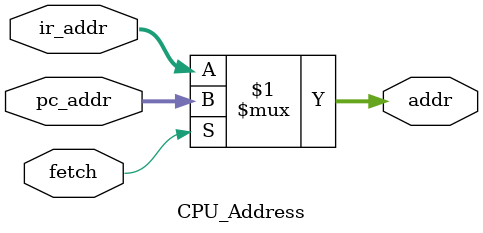
<source format=v>
`timescale 1ns / 1ns

module CPU_Address(addr,fetch,ir_addr,pc_addr);
output[12:0] addr;
input[12:0] ir_addr,pc_addr;
input fetch;
assign addr = (fetch)?pc_addr:ir_addr;

endmodule

</source>
